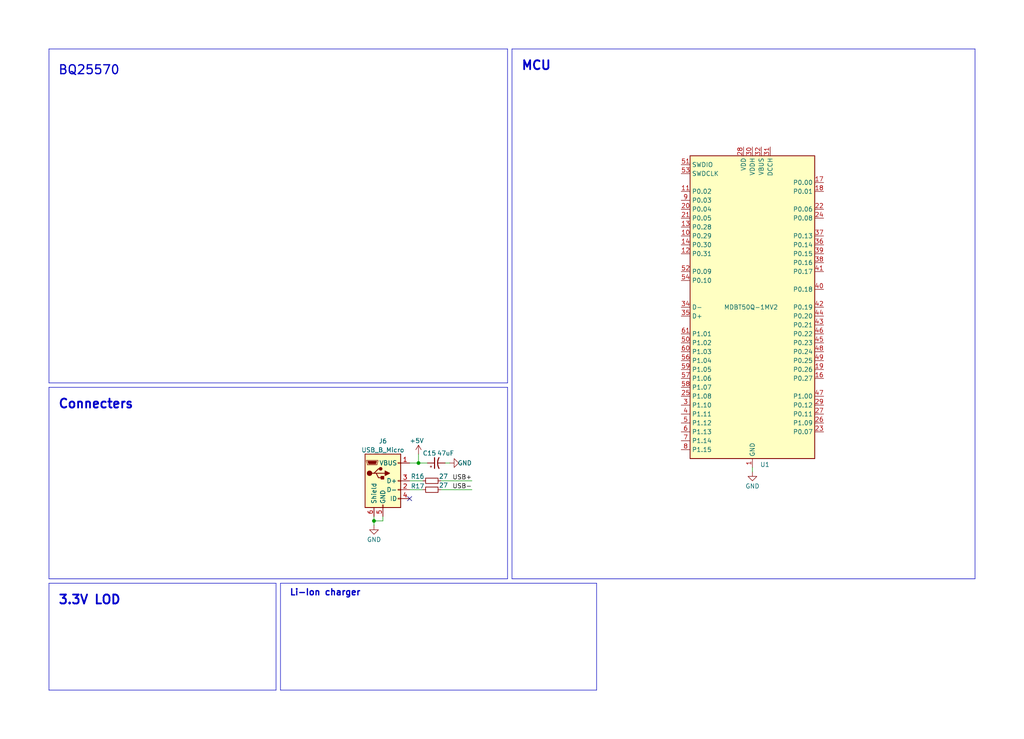
<source format=kicad_sch>
(kicad_sch
	(version 20231120)
	(generator "eeschema")
	(generator_version "8.0")
	(uuid "ac9abdd4-0107-4fb5-b7d4-70da827260bf")
	(paper "User" 292.1 210.82)
	(lib_symbols
		(symbol "Connector:USB_B_Micro"
			(pin_names
				(offset 1.016)
			)
			(exclude_from_sim no)
			(in_bom yes)
			(on_board yes)
			(property "Reference" "J"
				(at -5.08 11.43 0)
				(effects
					(font
						(size 1.27 1.27)
					)
					(justify left)
				)
			)
			(property "Value" "USB_B_Micro"
				(at -5.08 8.89 0)
				(effects
					(font
						(size 1.27 1.27)
					)
					(justify left)
				)
			)
			(property "Footprint" ""
				(at 3.81 -1.27 0)
				(effects
					(font
						(size 1.27 1.27)
					)
					(hide yes)
				)
			)
			(property "Datasheet" "~"
				(at 3.81 -1.27 0)
				(effects
					(font
						(size 1.27 1.27)
					)
					(hide yes)
				)
			)
			(property "Description" "USB Micro Type B connector"
				(at 0 0 0)
				(effects
					(font
						(size 1.27 1.27)
					)
					(hide yes)
				)
			)
			(property "ki_keywords" "connector USB micro"
				(at 0 0 0)
				(effects
					(font
						(size 1.27 1.27)
					)
					(hide yes)
				)
			)
			(property "ki_fp_filters" "USB*"
				(at 0 0 0)
				(effects
					(font
						(size 1.27 1.27)
					)
					(hide yes)
				)
			)
			(symbol "USB_B_Micro_0_1"
				(rectangle
					(start -5.08 -7.62)
					(end 5.08 7.62)
					(stroke
						(width 0.254)
						(type default)
					)
					(fill
						(type background)
					)
				)
				(circle
					(center -3.81 2.159)
					(radius 0.635)
					(stroke
						(width 0.254)
						(type default)
					)
					(fill
						(type outline)
					)
				)
				(circle
					(center -0.635 3.429)
					(radius 0.381)
					(stroke
						(width 0.254)
						(type default)
					)
					(fill
						(type outline)
					)
				)
				(rectangle
					(start -0.127 -7.62)
					(end 0.127 -6.858)
					(stroke
						(width 0)
						(type default)
					)
					(fill
						(type none)
					)
				)
				(polyline
					(pts
						(xy -1.905 2.159) (xy 0.635 2.159)
					)
					(stroke
						(width 0.254)
						(type default)
					)
					(fill
						(type none)
					)
				)
				(polyline
					(pts
						(xy -3.175 2.159) (xy -2.54 2.159) (xy -1.27 3.429) (xy -0.635 3.429)
					)
					(stroke
						(width 0.254)
						(type default)
					)
					(fill
						(type none)
					)
				)
				(polyline
					(pts
						(xy -2.54 2.159) (xy -1.905 2.159) (xy -1.27 0.889) (xy 0 0.889)
					)
					(stroke
						(width 0.254)
						(type default)
					)
					(fill
						(type none)
					)
				)
				(polyline
					(pts
						(xy 0.635 2.794) (xy 0.635 1.524) (xy 1.905 2.159) (xy 0.635 2.794)
					)
					(stroke
						(width 0.254)
						(type default)
					)
					(fill
						(type outline)
					)
				)
				(polyline
					(pts
						(xy -4.318 5.588) (xy -1.778 5.588) (xy -2.032 4.826) (xy -4.064 4.826) (xy -4.318 5.588)
					)
					(stroke
						(width 0)
						(type default)
					)
					(fill
						(type outline)
					)
				)
				(polyline
					(pts
						(xy -4.699 5.842) (xy -4.699 5.588) (xy -4.445 4.826) (xy -4.445 4.572) (xy -1.651 4.572) (xy -1.651 4.826)
						(xy -1.397 5.588) (xy -1.397 5.842) (xy -4.699 5.842)
					)
					(stroke
						(width 0)
						(type default)
					)
					(fill
						(type none)
					)
				)
				(rectangle
					(start 0.254 1.27)
					(end -0.508 0.508)
					(stroke
						(width 0.254)
						(type default)
					)
					(fill
						(type outline)
					)
				)
				(rectangle
					(start 5.08 -5.207)
					(end 4.318 -4.953)
					(stroke
						(width 0)
						(type default)
					)
					(fill
						(type none)
					)
				)
				(rectangle
					(start 5.08 -2.667)
					(end 4.318 -2.413)
					(stroke
						(width 0)
						(type default)
					)
					(fill
						(type none)
					)
				)
				(rectangle
					(start 5.08 -0.127)
					(end 4.318 0.127)
					(stroke
						(width 0)
						(type default)
					)
					(fill
						(type none)
					)
				)
				(rectangle
					(start 5.08 4.953)
					(end 4.318 5.207)
					(stroke
						(width 0)
						(type default)
					)
					(fill
						(type none)
					)
				)
			)
			(symbol "USB_B_Micro_1_1"
				(pin power_out line
					(at 7.62 5.08 180)
					(length 2.54)
					(name "VBUS"
						(effects
							(font
								(size 1.27 1.27)
							)
						)
					)
					(number "1"
						(effects
							(font
								(size 1.27 1.27)
							)
						)
					)
				)
				(pin bidirectional line
					(at 7.62 -2.54 180)
					(length 2.54)
					(name "D-"
						(effects
							(font
								(size 1.27 1.27)
							)
						)
					)
					(number "2"
						(effects
							(font
								(size 1.27 1.27)
							)
						)
					)
				)
				(pin bidirectional line
					(at 7.62 0 180)
					(length 2.54)
					(name "D+"
						(effects
							(font
								(size 1.27 1.27)
							)
						)
					)
					(number "3"
						(effects
							(font
								(size 1.27 1.27)
							)
						)
					)
				)
				(pin passive line
					(at 7.62 -5.08 180)
					(length 2.54)
					(name "ID"
						(effects
							(font
								(size 1.27 1.27)
							)
						)
					)
					(number "4"
						(effects
							(font
								(size 1.27 1.27)
							)
						)
					)
				)
				(pin power_out line
					(at 0 -10.16 90)
					(length 2.54)
					(name "GND"
						(effects
							(font
								(size 1.27 1.27)
							)
						)
					)
					(number "5"
						(effects
							(font
								(size 1.27 1.27)
							)
						)
					)
				)
				(pin passive line
					(at -2.54 -10.16 90)
					(length 2.54)
					(name "Shield"
						(effects
							(font
								(size 1.27 1.27)
							)
						)
					)
					(number "6"
						(effects
							(font
								(size 1.27 1.27)
							)
						)
					)
				)
			)
		)
		(symbol "Device:C_Polarized_Small_US"
			(pin_numbers hide)
			(pin_names
				(offset 0.254) hide)
			(exclude_from_sim no)
			(in_bom yes)
			(on_board yes)
			(property "Reference" "C"
				(at 0.254 1.778 0)
				(effects
					(font
						(size 1.27 1.27)
					)
					(justify left)
				)
			)
			(property "Value" "C_Polarized_Small_US"
				(at 0.254 -2.032 0)
				(effects
					(font
						(size 1.27 1.27)
					)
					(justify left)
				)
			)
			(property "Footprint" ""
				(at 0 0 0)
				(effects
					(font
						(size 1.27 1.27)
					)
					(hide yes)
				)
			)
			(property "Datasheet" "~"
				(at 0 0 0)
				(effects
					(font
						(size 1.27 1.27)
					)
					(hide yes)
				)
			)
			(property "Description" "Polarized capacitor, small US symbol"
				(at 0 0 0)
				(effects
					(font
						(size 1.27 1.27)
					)
					(hide yes)
				)
			)
			(property "ki_keywords" "cap capacitor"
				(at 0 0 0)
				(effects
					(font
						(size 1.27 1.27)
					)
					(hide yes)
				)
			)
			(property "ki_fp_filters" "CP_*"
				(at 0 0 0)
				(effects
					(font
						(size 1.27 1.27)
					)
					(hide yes)
				)
			)
			(symbol "C_Polarized_Small_US_0_1"
				(polyline
					(pts
						(xy -1.524 0.508) (xy 1.524 0.508)
					)
					(stroke
						(width 0.3048)
						(type default)
					)
					(fill
						(type none)
					)
				)
				(polyline
					(pts
						(xy -1.27 1.524) (xy -0.762 1.524)
					)
					(stroke
						(width 0)
						(type default)
					)
					(fill
						(type none)
					)
				)
				(polyline
					(pts
						(xy -1.016 1.27) (xy -1.016 1.778)
					)
					(stroke
						(width 0)
						(type default)
					)
					(fill
						(type none)
					)
				)
				(arc
					(start 1.524 -0.762)
					(mid 0 -0.3734)
					(end -1.524 -0.762)
					(stroke
						(width 0.3048)
						(type default)
					)
					(fill
						(type none)
					)
				)
			)
			(symbol "C_Polarized_Small_US_1_1"
				(pin passive line
					(at 0 2.54 270)
					(length 2.032)
					(name "~"
						(effects
							(font
								(size 1.27 1.27)
							)
						)
					)
					(number "1"
						(effects
							(font
								(size 1.27 1.27)
							)
						)
					)
				)
				(pin passive line
					(at 0 -2.54 90)
					(length 2.032)
					(name "~"
						(effects
							(font
								(size 1.27 1.27)
							)
						)
					)
					(number "2"
						(effects
							(font
								(size 1.27 1.27)
							)
						)
					)
				)
			)
		)
		(symbol "Device:R_Small"
			(pin_numbers hide)
			(pin_names
				(offset 0.254) hide)
			(exclude_from_sim no)
			(in_bom yes)
			(on_board yes)
			(property "Reference" "R"
				(at 0.762 0.508 0)
				(effects
					(font
						(size 1.27 1.27)
					)
					(justify left)
				)
			)
			(property "Value" "R_Small"
				(at 0.762 -1.016 0)
				(effects
					(font
						(size 1.27 1.27)
					)
					(justify left)
				)
			)
			(property "Footprint" ""
				(at 0 0 0)
				(effects
					(font
						(size 1.27 1.27)
					)
					(hide yes)
				)
			)
			(property "Datasheet" "~"
				(at 0 0 0)
				(effects
					(font
						(size 1.27 1.27)
					)
					(hide yes)
				)
			)
			(property "Description" "Resistor, small symbol"
				(at 0 0 0)
				(effects
					(font
						(size 1.27 1.27)
					)
					(hide yes)
				)
			)
			(property "ki_keywords" "R resistor"
				(at 0 0 0)
				(effects
					(font
						(size 1.27 1.27)
					)
					(hide yes)
				)
			)
			(property "ki_fp_filters" "R_*"
				(at 0 0 0)
				(effects
					(font
						(size 1.27 1.27)
					)
					(hide yes)
				)
			)
			(symbol "R_Small_0_1"
				(rectangle
					(start -0.762 1.778)
					(end 0.762 -1.778)
					(stroke
						(width 0.2032)
						(type default)
					)
					(fill
						(type none)
					)
				)
			)
			(symbol "R_Small_1_1"
				(pin passive line
					(at 0 2.54 270)
					(length 0.762)
					(name "~"
						(effects
							(font
								(size 1.27 1.27)
							)
						)
					)
					(number "1"
						(effects
							(font
								(size 1.27 1.27)
							)
						)
					)
				)
				(pin passive line
					(at 0 -2.54 90)
					(length 0.762)
					(name "~"
						(effects
							(font
								(size 1.27 1.27)
							)
						)
					)
					(number "2"
						(effects
							(font
								(size 1.27 1.27)
							)
						)
					)
				)
			)
		)
		(symbol "RF_Module:MDBT50Q-1MV2"
			(exclude_from_sim no)
			(in_bom yes)
			(on_board yes)
			(property "Reference" "U"
				(at 0 0 0)
				(effects
					(font
						(size 1.27 1.27)
					)
				)
			)
			(property "Value" "MDBT50Q-1MV2"
				(at 0 -2.54 0)
				(effects
					(font
						(size 1.27 1.27)
					)
				)
			)
			(property "Footprint" "RF_Module:Raytac_MDBT50Q"
				(at 0 -5.08 0)
				(effects
					(font
						(size 1.27 1.27)
					)
					(hide yes)
				)
			)
			(property "Datasheet" "https://www.raytac.com/download/index.php?index_id=43"
				(at 0 -5.08 0)
				(effects
					(font
						(size 1.27 1.27)
					)
					(hide yes)
				)
			)
			(property "Description" "Multiprotocol BLE/ANT/2.4 GHz/802.15.4 Cortex-M4F SoC, nRF52840 module"
				(at 0 0 0)
				(effects
					(font
						(size 1.27 1.27)
					)
					(hide yes)
				)
			)
			(property "ki_keywords" "BLE ANT ZigBee Thread 802.15.4 nRF52840 nordic MDBT50Q"
				(at 0 0 0)
				(effects
					(font
						(size 1.27 1.27)
					)
					(hide yes)
				)
			)
			(property "ki_fp_filters" "Raytac?MDBT50Q*"
				(at 0 0 0)
				(effects
					(font
						(size 1.27 1.27)
					)
					(hide yes)
				)
			)
			(symbol "MDBT50Q-1MV2_0_1"
				(rectangle
					(start -17.78 43.18)
					(end 17.78 -43.18)
					(stroke
						(width 0.254)
						(type default)
					)
					(fill
						(type background)
					)
				)
			)
			(symbol "MDBT50Q-1MV2_1_1"
				(pin power_in line
					(at 0 -45.72 90)
					(length 2.54)
					(name "GND"
						(effects
							(font
								(size 1.27 1.27)
							)
						)
					)
					(number "1"
						(effects
							(font
								(size 1.27 1.27)
							)
						)
					)
				)
				(pin bidirectional line
					(at -20.32 20.32 0)
					(length 2.54)
					(name "P0.29"
						(effects
							(font
								(size 1.27 1.27)
							)
						)
					)
					(number "10"
						(effects
							(font
								(size 1.27 1.27)
							)
						)
					)
					(alternate "AIN5" input line)
				)
				(pin bidirectional line
					(at -20.32 33.02 0)
					(length 2.54)
					(name "P0.02"
						(effects
							(font
								(size 1.27 1.27)
							)
						)
					)
					(number "11"
						(effects
							(font
								(size 1.27 1.27)
							)
						)
					)
					(alternate "AIN0" input line)
				)
				(pin bidirectional line
					(at -20.32 15.24 0)
					(length 2.54)
					(name "P0.31"
						(effects
							(font
								(size 1.27 1.27)
							)
						)
					)
					(number "12"
						(effects
							(font
								(size 1.27 1.27)
							)
						)
					)
					(alternate "AIN7" input line)
				)
				(pin bidirectional line
					(at -20.32 22.86 0)
					(length 2.54)
					(name "P0.28"
						(effects
							(font
								(size 1.27 1.27)
							)
						)
					)
					(number "13"
						(effects
							(font
								(size 1.27 1.27)
							)
						)
					)
					(alternate "AIN4" input line)
				)
				(pin bidirectional line
					(at -20.32 17.78 0)
					(length 2.54)
					(name "P0.30"
						(effects
							(font
								(size 1.27 1.27)
							)
						)
					)
					(number "14"
						(effects
							(font
								(size 1.27 1.27)
							)
						)
					)
					(alternate "AIN6" input line)
				)
				(pin passive line
					(at 0 -45.72 90)
					(length 2.54) hide
					(name "GND"
						(effects
							(font
								(size 1.27 1.27)
							)
						)
					)
					(number "15"
						(effects
							(font
								(size 1.27 1.27)
							)
						)
					)
				)
				(pin bidirectional line
					(at 20.32 -20.32 180)
					(length 2.54)
					(name "P0.27"
						(effects
							(font
								(size 1.27 1.27)
							)
						)
					)
					(number "16"
						(effects
							(font
								(size 1.27 1.27)
							)
						)
					)
				)
				(pin bidirectional line
					(at 20.32 35.56 180)
					(length 2.54)
					(name "P0.00"
						(effects
							(font
								(size 1.27 1.27)
							)
						)
					)
					(number "17"
						(effects
							(font
								(size 1.27 1.27)
							)
						)
					)
					(alternate "XL1" input line)
				)
				(pin bidirectional line
					(at 20.32 33.02 180)
					(length 2.54)
					(name "P0.01"
						(effects
							(font
								(size 1.27 1.27)
							)
						)
					)
					(number "18"
						(effects
							(font
								(size 1.27 1.27)
							)
						)
					)
					(alternate "XL2" input line)
				)
				(pin bidirectional line
					(at 20.32 -17.78 180)
					(length 2.54)
					(name "P0.26"
						(effects
							(font
								(size 1.27 1.27)
							)
						)
					)
					(number "19"
						(effects
							(font
								(size 1.27 1.27)
							)
						)
					)
				)
				(pin passive line
					(at 0 -45.72 90)
					(length 2.54) hide
					(name "GND"
						(effects
							(font
								(size 1.27 1.27)
							)
						)
					)
					(number "2"
						(effects
							(font
								(size 1.27 1.27)
							)
						)
					)
				)
				(pin bidirectional line
					(at -20.32 27.94 0)
					(length 2.54)
					(name "P0.04"
						(effects
							(font
								(size 1.27 1.27)
							)
						)
					)
					(number "20"
						(effects
							(font
								(size 1.27 1.27)
							)
						)
					)
					(alternate "AIN2" input line)
				)
				(pin bidirectional line
					(at -20.32 25.4 0)
					(length 2.54)
					(name "P0.05"
						(effects
							(font
								(size 1.27 1.27)
							)
						)
					)
					(number "21"
						(effects
							(font
								(size 1.27 1.27)
							)
						)
					)
					(alternate "AIN3" input line)
				)
				(pin bidirectional line
					(at 20.32 27.94 180)
					(length 2.54)
					(name "P0.06"
						(effects
							(font
								(size 1.27 1.27)
							)
						)
					)
					(number "22"
						(effects
							(font
								(size 1.27 1.27)
							)
						)
					)
				)
				(pin bidirectional line
					(at 20.32 -35.56 180)
					(length 2.54)
					(name "P0.07"
						(effects
							(font
								(size 1.27 1.27)
							)
						)
					)
					(number "23"
						(effects
							(font
								(size 1.27 1.27)
							)
						)
					)
					(alternate "TRACECLK" output line)
				)
				(pin bidirectional line
					(at 20.32 25.4 180)
					(length 2.54)
					(name "P0.08"
						(effects
							(font
								(size 1.27 1.27)
							)
						)
					)
					(number "24"
						(effects
							(font
								(size 1.27 1.27)
							)
						)
					)
				)
				(pin bidirectional line
					(at -20.32 -25.4 0)
					(length 2.54)
					(name "P1.08"
						(effects
							(font
								(size 1.27 1.27)
							)
						)
					)
					(number "25"
						(effects
							(font
								(size 1.27 1.27)
							)
						)
					)
				)
				(pin bidirectional line
					(at 20.32 -33.02 180)
					(length 2.54)
					(name "P1.09"
						(effects
							(font
								(size 1.27 1.27)
							)
						)
					)
					(number "26"
						(effects
							(font
								(size 1.27 1.27)
							)
						)
					)
					(alternate "TRACEDATA3" output line)
				)
				(pin bidirectional line
					(at 20.32 -30.48 180)
					(length 2.54)
					(name "P0.11"
						(effects
							(font
								(size 1.27 1.27)
							)
						)
					)
					(number "27"
						(effects
							(font
								(size 1.27 1.27)
							)
						)
					)
					(alternate "TRACEDATA2" output line)
				)
				(pin power_in line
					(at -2.54 45.72 270)
					(length 2.54)
					(name "VDD"
						(effects
							(font
								(size 1.27 1.27)
							)
						)
					)
					(number "28"
						(effects
							(font
								(size 1.27 1.27)
							)
						)
					)
				)
				(pin bidirectional line
					(at 20.32 -27.94 180)
					(length 2.54)
					(name "P0.12"
						(effects
							(font
								(size 1.27 1.27)
							)
						)
					)
					(number "29"
						(effects
							(font
								(size 1.27 1.27)
							)
						)
					)
					(alternate "TRACEDATA1" output line)
				)
				(pin bidirectional line
					(at -20.32 -27.94 0)
					(length 2.54)
					(name "P1.10"
						(effects
							(font
								(size 1.27 1.27)
							)
						)
					)
					(number "3"
						(effects
							(font
								(size 1.27 1.27)
							)
						)
					)
				)
				(pin power_in line
					(at 0 45.72 270)
					(length 2.54)
					(name "VDDH"
						(effects
							(font
								(size 1.27 1.27)
							)
						)
					)
					(number "30"
						(effects
							(font
								(size 1.27 1.27)
							)
						)
					)
				)
				(pin power_out line
					(at 5.08 45.72 270)
					(length 2.54)
					(name "DCCH"
						(effects
							(font
								(size 1.27 1.27)
							)
						)
					)
					(number "31"
						(effects
							(font
								(size 1.27 1.27)
							)
						)
					)
				)
				(pin power_in line
					(at 2.54 45.72 270)
					(length 2.54)
					(name "VBUS"
						(effects
							(font
								(size 1.27 1.27)
							)
						)
					)
					(number "32"
						(effects
							(font
								(size 1.27 1.27)
							)
						)
					)
				)
				(pin passive line
					(at 0 -45.72 90)
					(length 2.54) hide
					(name "GND"
						(effects
							(font
								(size 1.27 1.27)
							)
						)
					)
					(number "33"
						(effects
							(font
								(size 1.27 1.27)
							)
						)
					)
				)
				(pin bidirectional line
					(at -20.32 0 0)
					(length 2.54)
					(name "D-"
						(effects
							(font
								(size 1.27 1.27)
							)
						)
					)
					(number "34"
						(effects
							(font
								(size 1.27 1.27)
							)
						)
					)
				)
				(pin bidirectional line
					(at -20.32 -2.54 0)
					(length 2.54)
					(name "D+"
						(effects
							(font
								(size 1.27 1.27)
							)
						)
					)
					(number "35"
						(effects
							(font
								(size 1.27 1.27)
							)
						)
					)
				)
				(pin bidirectional line
					(at 20.32 17.78 180)
					(length 2.54)
					(name "P0.14"
						(effects
							(font
								(size 1.27 1.27)
							)
						)
					)
					(number "36"
						(effects
							(font
								(size 1.27 1.27)
							)
						)
					)
				)
				(pin bidirectional line
					(at 20.32 20.32 180)
					(length 2.54)
					(name "P0.13"
						(effects
							(font
								(size 1.27 1.27)
							)
						)
					)
					(number "37"
						(effects
							(font
								(size 1.27 1.27)
							)
						)
					)
				)
				(pin bidirectional line
					(at 20.32 12.7 180)
					(length 2.54)
					(name "P0.16"
						(effects
							(font
								(size 1.27 1.27)
							)
						)
					)
					(number "38"
						(effects
							(font
								(size 1.27 1.27)
							)
						)
					)
				)
				(pin bidirectional line
					(at 20.32 15.24 180)
					(length 2.54)
					(name "P0.15"
						(effects
							(font
								(size 1.27 1.27)
							)
						)
					)
					(number "39"
						(effects
							(font
								(size 1.27 1.27)
							)
						)
					)
				)
				(pin bidirectional line
					(at -20.32 -30.48 0)
					(length 2.54)
					(name "P1.11"
						(effects
							(font
								(size 1.27 1.27)
							)
						)
					)
					(number "4"
						(effects
							(font
								(size 1.27 1.27)
							)
						)
					)
				)
				(pin bidirectional line
					(at 20.32 5.08 180)
					(length 2.54)
					(name "P0.18"
						(effects
							(font
								(size 1.27 1.27)
							)
						)
					)
					(number "40"
						(effects
							(font
								(size 1.27 1.27)
							)
						)
					)
					(alternate "~{RESET}" input line)
				)
				(pin bidirectional line
					(at 20.32 10.16 180)
					(length 2.54)
					(name "P0.17"
						(effects
							(font
								(size 1.27 1.27)
							)
						)
					)
					(number "41"
						(effects
							(font
								(size 1.27 1.27)
							)
						)
					)
				)
				(pin bidirectional line
					(at 20.32 0 180)
					(length 2.54)
					(name "P0.19"
						(effects
							(font
								(size 1.27 1.27)
							)
						)
					)
					(number "42"
						(effects
							(font
								(size 1.27 1.27)
							)
						)
					)
				)
				(pin bidirectional line
					(at 20.32 -5.08 180)
					(length 2.54)
					(name "P0.21"
						(effects
							(font
								(size 1.27 1.27)
							)
						)
					)
					(number "43"
						(effects
							(font
								(size 1.27 1.27)
							)
						)
					)
				)
				(pin bidirectional line
					(at 20.32 -2.54 180)
					(length 2.54)
					(name "P0.20"
						(effects
							(font
								(size 1.27 1.27)
							)
						)
					)
					(number "44"
						(effects
							(font
								(size 1.27 1.27)
							)
						)
					)
				)
				(pin bidirectional line
					(at 20.32 -10.16 180)
					(length 2.54)
					(name "P0.23"
						(effects
							(font
								(size 1.27 1.27)
							)
						)
					)
					(number "45"
						(effects
							(font
								(size 1.27 1.27)
							)
						)
					)
				)
				(pin bidirectional line
					(at 20.32 -7.62 180)
					(length 2.54)
					(name "P0.22"
						(effects
							(font
								(size 1.27 1.27)
							)
						)
					)
					(number "46"
						(effects
							(font
								(size 1.27 1.27)
							)
						)
					)
				)
				(pin bidirectional line
					(at 20.32 -25.4 180)
					(length 2.54)
					(name "P1.00"
						(effects
							(font
								(size 1.27 1.27)
							)
						)
					)
					(number "47"
						(effects
							(font
								(size 1.27 1.27)
							)
						)
					)
					(alternate "TRACEDATA0" output line)
				)
				(pin bidirectional line
					(at 20.32 -12.7 180)
					(length 2.54)
					(name "P0.24"
						(effects
							(font
								(size 1.27 1.27)
							)
						)
					)
					(number "48"
						(effects
							(font
								(size 1.27 1.27)
							)
						)
					)
				)
				(pin bidirectional line
					(at 20.32 -15.24 180)
					(length 2.54)
					(name "P0.25"
						(effects
							(font
								(size 1.27 1.27)
							)
						)
					)
					(number "49"
						(effects
							(font
								(size 1.27 1.27)
							)
						)
					)
				)
				(pin bidirectional line
					(at -20.32 -33.02 0)
					(length 2.54)
					(name "P1.12"
						(effects
							(font
								(size 1.27 1.27)
							)
						)
					)
					(number "5"
						(effects
							(font
								(size 1.27 1.27)
							)
						)
					)
				)
				(pin bidirectional line
					(at -20.32 -10.16 0)
					(length 2.54)
					(name "P1.02"
						(effects
							(font
								(size 1.27 1.27)
							)
						)
					)
					(number "50"
						(effects
							(font
								(size 1.27 1.27)
							)
						)
					)
				)
				(pin bidirectional line
					(at -20.32 40.64 0)
					(length 2.54)
					(name "SWDIO"
						(effects
							(font
								(size 1.27 1.27)
							)
						)
					)
					(number "51"
						(effects
							(font
								(size 1.27 1.27)
							)
						)
					)
				)
				(pin bidirectional line
					(at -20.32 10.16 0)
					(length 2.54)
					(name "P0.09"
						(effects
							(font
								(size 1.27 1.27)
							)
						)
					)
					(number "52"
						(effects
							(font
								(size 1.27 1.27)
							)
						)
					)
					(alternate "NFC1" input line)
				)
				(pin input line
					(at -20.32 38.1 0)
					(length 2.54)
					(name "SWDCLK"
						(effects
							(font
								(size 1.27 1.27)
							)
						)
					)
					(number "53"
						(effects
							(font
								(size 1.27 1.27)
							)
						)
					)
				)
				(pin bidirectional line
					(at -20.32 7.62 0)
					(length 2.54)
					(name "P0.10"
						(effects
							(font
								(size 1.27 1.27)
							)
						)
					)
					(number "54"
						(effects
							(font
								(size 1.27 1.27)
							)
						)
					)
					(alternate "NFC2" input line)
				)
				(pin passive line
					(at 0 -45.72 90)
					(length 2.54) hide
					(name "GND"
						(effects
							(font
								(size 1.27 1.27)
							)
						)
					)
					(number "55"
						(effects
							(font
								(size 1.27 1.27)
							)
						)
					)
				)
				(pin bidirectional line
					(at -20.32 -15.24 0)
					(length 2.54)
					(name "P1.04"
						(effects
							(font
								(size 1.27 1.27)
							)
						)
					)
					(number "56"
						(effects
							(font
								(size 1.27 1.27)
							)
						)
					)
				)
				(pin bidirectional line
					(at -20.32 -20.32 0)
					(length 2.54)
					(name "P1.06"
						(effects
							(font
								(size 1.27 1.27)
							)
						)
					)
					(number "57"
						(effects
							(font
								(size 1.27 1.27)
							)
						)
					)
				)
				(pin bidirectional line
					(at -20.32 -22.86 0)
					(length 2.54)
					(name "P1.07"
						(effects
							(font
								(size 1.27 1.27)
							)
						)
					)
					(number "58"
						(effects
							(font
								(size 1.27 1.27)
							)
						)
					)
				)
				(pin bidirectional line
					(at -20.32 -17.78 0)
					(length 2.54)
					(name "P1.05"
						(effects
							(font
								(size 1.27 1.27)
							)
						)
					)
					(number "59"
						(effects
							(font
								(size 1.27 1.27)
							)
						)
					)
				)
				(pin bidirectional line
					(at -20.32 -35.56 0)
					(length 2.54)
					(name "P1.13"
						(effects
							(font
								(size 1.27 1.27)
							)
						)
					)
					(number "6"
						(effects
							(font
								(size 1.27 1.27)
							)
						)
					)
				)
				(pin bidirectional line
					(at -20.32 -12.7 0)
					(length 2.54)
					(name "P1.03"
						(effects
							(font
								(size 1.27 1.27)
							)
						)
					)
					(number "60"
						(effects
							(font
								(size 1.27 1.27)
							)
						)
					)
				)
				(pin bidirectional line
					(at -20.32 -7.62 0)
					(length 2.54)
					(name "P1.01"
						(effects
							(font
								(size 1.27 1.27)
							)
						)
					)
					(number "61"
						(effects
							(font
								(size 1.27 1.27)
							)
						)
					)
				)
				(pin bidirectional line
					(at -20.32 -38.1 0)
					(length 2.54)
					(name "P1.14"
						(effects
							(font
								(size 1.27 1.27)
							)
						)
					)
					(number "7"
						(effects
							(font
								(size 1.27 1.27)
							)
						)
					)
				)
				(pin bidirectional line
					(at -20.32 -40.64 0)
					(length 2.54)
					(name "P1.15"
						(effects
							(font
								(size 1.27 1.27)
							)
						)
					)
					(number "8"
						(effects
							(font
								(size 1.27 1.27)
							)
						)
					)
				)
				(pin bidirectional line
					(at -20.32 30.48 0)
					(length 2.54)
					(name "P0.03"
						(effects
							(font
								(size 1.27 1.27)
							)
						)
					)
					(number "9"
						(effects
							(font
								(size 1.27 1.27)
							)
						)
					)
					(alternate "AIN1" input line)
				)
			)
		)
		(symbol "power:+5V"
			(power)
			(pin_names
				(offset 0)
			)
			(exclude_from_sim no)
			(in_bom yes)
			(on_board yes)
			(property "Reference" "#PWR"
				(at 0 -3.81 0)
				(effects
					(font
						(size 1.27 1.27)
					)
					(hide yes)
				)
			)
			(property "Value" "+5V"
				(at 0 3.556 0)
				(effects
					(font
						(size 1.27 1.27)
					)
				)
			)
			(property "Footprint" ""
				(at 0 0 0)
				(effects
					(font
						(size 1.27 1.27)
					)
					(hide yes)
				)
			)
			(property "Datasheet" ""
				(at 0 0 0)
				(effects
					(font
						(size 1.27 1.27)
					)
					(hide yes)
				)
			)
			(property "Description" "Power symbol creates a global label with name \"+5V\""
				(at 0 0 0)
				(effects
					(font
						(size 1.27 1.27)
					)
					(hide yes)
				)
			)
			(property "ki_keywords" "power-flag"
				(at 0 0 0)
				(effects
					(font
						(size 1.27 1.27)
					)
					(hide yes)
				)
			)
			(symbol "+5V_0_1"
				(polyline
					(pts
						(xy -0.762 1.27) (xy 0 2.54)
					)
					(stroke
						(width 0)
						(type default)
					)
					(fill
						(type none)
					)
				)
				(polyline
					(pts
						(xy 0 0) (xy 0 2.54)
					)
					(stroke
						(width 0)
						(type default)
					)
					(fill
						(type none)
					)
				)
				(polyline
					(pts
						(xy 0 2.54) (xy 0.762 1.27)
					)
					(stroke
						(width 0)
						(type default)
					)
					(fill
						(type none)
					)
				)
			)
			(symbol "+5V_1_1"
				(pin power_in line
					(at 0 0 90)
					(length 0) hide
					(name "+5V"
						(effects
							(font
								(size 1.27 1.27)
							)
						)
					)
					(number "1"
						(effects
							(font
								(size 1.27 1.27)
							)
						)
					)
				)
			)
		)
		(symbol "power:GND"
			(power)
			(pin_names
				(offset 0)
			)
			(exclude_from_sim no)
			(in_bom yes)
			(on_board yes)
			(property "Reference" "#PWR"
				(at 0 -6.35 0)
				(effects
					(font
						(size 1.27 1.27)
					)
					(hide yes)
				)
			)
			(property "Value" "GND"
				(at 0 -3.81 0)
				(effects
					(font
						(size 1.27 1.27)
					)
				)
			)
			(property "Footprint" ""
				(at 0 0 0)
				(effects
					(font
						(size 1.27 1.27)
					)
					(hide yes)
				)
			)
			(property "Datasheet" ""
				(at 0 0 0)
				(effects
					(font
						(size 1.27 1.27)
					)
					(hide yes)
				)
			)
			(property "Description" "Power symbol creates a global label with name \"GND\" , ground"
				(at 0 0 0)
				(effects
					(font
						(size 1.27 1.27)
					)
					(hide yes)
				)
			)
			(property "ki_keywords" "power-flag"
				(at 0 0 0)
				(effects
					(font
						(size 1.27 1.27)
					)
					(hide yes)
				)
			)
			(symbol "GND_0_1"
				(polyline
					(pts
						(xy 0 0) (xy 0 -1.27) (xy 1.27 -1.27) (xy 0 -2.54) (xy -1.27 -1.27) (xy 0 -1.27)
					)
					(stroke
						(width 0)
						(type default)
					)
					(fill
						(type none)
					)
				)
			)
			(symbol "GND_1_1"
				(pin power_in line
					(at 0 0 270)
					(length 0) hide
					(name "GND"
						(effects
							(font
								(size 1.27 1.27)
							)
						)
					)
					(number "1"
						(effects
							(font
								(size 1.27 1.27)
							)
						)
					)
				)
			)
		)
	)
	(junction
		(at 106.68 148.59)
		(diameter 0)
		(color 0 0 0 0)
		(uuid "7196b986-f11b-429d-8ab7-854d6f5b66d6")
	)
	(junction
		(at 119.38 132.08)
		(diameter 0)
		(color 0 0 0 0)
		(uuid "8f6e243b-f99c-4d73-a445-f40532bf573d")
	)
	(no_connect
		(at 116.84 142.24)
		(uuid "68bd431e-87f3-40ad-86e3-8724fcc849c9")
	)
	(wire
		(pts
			(xy 119.38 132.08) (xy 121.92 132.08)
		)
		(stroke
			(width 0)
			(type default)
		)
		(uuid "031a1ad0-6ddc-4e38-9d8f-cd4d7bf1c0db")
	)
	(polyline
		(pts
			(xy 13.97 13.97) (xy 144.78 13.97)
		)
		(stroke
			(width 0)
			(type default)
		)
		(uuid "06811c3a-1228-4737-8c4e-442022dda560")
	)
	(wire
		(pts
			(xy 125.73 139.7) (xy 134.62 139.7)
		)
		(stroke
			(width 0)
			(type default)
		)
		(uuid "0c7b7f2f-0d73-49d4-8120-3b8a96465685")
	)
	(wire
		(pts
			(xy 214.63 134.62) (xy 214.63 133.35)
		)
		(stroke
			(width 0)
			(type default)
		)
		(uuid "10cf261e-7ae5-49f4-984c-58311465fd95")
	)
	(polyline
		(pts
			(xy 13.97 166.37) (xy 13.97 196.85)
		)
		(stroke
			(width 0)
			(type default)
		)
		(uuid "1e7134c7-4285-480d-8dd5-3f1f27fe8568")
	)
	(wire
		(pts
			(xy 119.38 132.08) (xy 119.38 129.54)
		)
		(stroke
			(width 0)
			(type default)
		)
		(uuid "23f57fec-8326-4a7d-bd2a-e71f60ea6558")
	)
	(polyline
		(pts
			(xy 146.05 13.97) (xy 146.05 165.1)
		)
		(stroke
			(width 0)
			(type default)
		)
		(uuid "2555df4c-03c1-48d9-a99e-a540653aba21")
	)
	(polyline
		(pts
			(xy 170.18 196.85) (xy 80.01 196.85)
		)
		(stroke
			(width 0)
			(type default)
		)
		(uuid "25b5daf3-194d-42c9-96d1-a7480ee01149")
	)
	(wire
		(pts
			(xy 116.84 139.7) (xy 120.65 139.7)
		)
		(stroke
			(width 0)
			(type default)
		)
		(uuid "2d9e0272-10b4-43b5-bffc-01e2fa170bde")
	)
	(wire
		(pts
			(xy 116.84 132.08) (xy 119.38 132.08)
		)
		(stroke
			(width 0)
			(type default)
		)
		(uuid "3fc44abf-8475-4aa3-a269-b197943c1a03")
	)
	(polyline
		(pts
			(xy 13.97 110.49) (xy 144.78 110.49)
		)
		(stroke
			(width 0)
			(type default)
		)
		(uuid "481bd060-3da5-495a-996b-95508c1ed73c")
	)
	(wire
		(pts
			(xy 116.84 137.16) (xy 120.65 137.16)
		)
		(stroke
			(width 0)
			(type default)
		)
		(uuid "4b259eac-8e32-40ad-843b-68e10e772171")
	)
	(polyline
		(pts
			(xy 278.13 13.97) (xy 278.13 165.1)
		)
		(stroke
			(width 0)
			(type default)
		)
		(uuid "51d05d31-bb42-4935-a99a-8c1c8302e7f8")
	)
	(polyline
		(pts
			(xy 13.97 13.97) (xy 13.97 109.22)
		)
		(stroke
			(width 0)
			(type default)
		)
		(uuid "5af7d8cc-f0ca-4972-8d6e-06b52eaff088")
	)
	(polyline
		(pts
			(xy 78.74 166.37) (xy 78.74 196.85)
		)
		(stroke
			(width 0)
			(type default)
		)
		(uuid "5b7b9c1c-41bb-44fc-83a4-72251dbf698c")
	)
	(polyline
		(pts
			(xy 13.97 110.49) (xy 13.97 165.1)
		)
		(stroke
			(width 0)
			(type default)
		)
		(uuid "5e32e286-6523-4130-b02a-1a8d9c0afc00")
	)
	(wire
		(pts
			(xy 109.22 148.59) (xy 109.22 147.32)
		)
		(stroke
			(width 0)
			(type default)
		)
		(uuid "66b56695-0484-41b9-b9b8-972e766f2011")
	)
	(polyline
		(pts
			(xy 170.18 166.37) (xy 170.18 196.85)
		)
		(stroke
			(width 0)
			(type default)
		)
		(uuid "75524dee-1df1-4c69-a6ec-eb4213675a7b")
	)
	(polyline
		(pts
			(xy 80.01 166.37) (xy 80.01 196.85)
		)
		(stroke
			(width 0)
			(type default)
		)
		(uuid "7c87057a-9456-4d22-bfce-f54a9c85dbda")
	)
	(wire
		(pts
			(xy 106.68 148.59) (xy 109.22 148.59)
		)
		(stroke
			(width 0)
			(type default)
		)
		(uuid "7d36d07b-1b91-41f9-a5e9-ce685e47e17f")
	)
	(polyline
		(pts
			(xy 144.78 110.49) (xy 144.78 165.1)
		)
		(stroke
			(width 0)
			(type default)
		)
		(uuid "854bf153-3404-46b1-b0e4-96a76d4b2b05")
	)
	(polyline
		(pts
			(xy 144.78 13.97) (xy 144.78 109.22)
		)
		(stroke
			(width 0)
			(type default)
		)
		(uuid "8aaa8f52-041e-470a-b4c6-cac231c868b1")
	)
	(polyline
		(pts
			(xy 80.01 166.37) (xy 170.18 166.37)
		)
		(stroke
			(width 0)
			(type default)
		)
		(uuid "97a676cb-9546-423d-bc23-6ee48aa34ea2")
	)
	(wire
		(pts
			(xy 106.68 148.59) (xy 106.68 149.86)
		)
		(stroke
			(width 0)
			(type default)
		)
		(uuid "9ee255a5-40b6-41e3-9db1-25b678ca0c02")
	)
	(polyline
		(pts
			(xy 146.05 13.97) (xy 278.13 13.97)
		)
		(stroke
			(width 0)
			(type default)
		)
		(uuid "a125ac26-eb47-4c55-9dd7-44292441adc0")
	)
	(polyline
		(pts
			(xy 144.78 109.22) (xy 13.97 109.22)
		)
		(stroke
			(width 0)
			(type default)
		)
		(uuid "a2996135-a997-4dc4-a59d-7ae824b33691")
	)
	(polyline
		(pts
			(xy 13.97 166.37) (xy 78.74 166.37)
		)
		(stroke
			(width 0)
			(type default)
		)
		(uuid "abbf8d52-4792-448c-8761-3edac4d5bdf9")
	)
	(wire
		(pts
			(xy 127 132.08) (xy 128.27 132.08)
		)
		(stroke
			(width 0)
			(type default)
		)
		(uuid "c3ba96af-0b14-48df-b0d8-22eecfb25a25")
	)
	(wire
		(pts
			(xy 106.68 147.32) (xy 106.68 148.59)
		)
		(stroke
			(width 0)
			(type default)
		)
		(uuid "d35a4949-86d8-44ad-a25c-b02cd4197dc4")
	)
	(polyline
		(pts
			(xy 144.78 165.1) (xy 13.97 165.1)
		)
		(stroke
			(width 0)
			(type default)
		)
		(uuid "d95f2283-9bc3-4528-a05e-aa4dd05be703")
	)
	(polyline
		(pts
			(xy 78.74 196.85) (xy 13.97 196.85)
		)
		(stroke
			(width 0)
			(type default)
		)
		(uuid "dc122c58-f1c3-474b-ac36-480ea341b06d")
	)
	(polyline
		(pts
			(xy 278.13 165.1) (xy 146.05 165.1)
		)
		(stroke
			(width 0)
			(type default)
		)
		(uuid "de46054e-cf92-488e-b28e-88a4af9f267f")
	)
	(wire
		(pts
			(xy 125.73 137.16) (xy 134.62 137.16)
		)
		(stroke
			(width 0)
			(type default)
		)
		(uuid "e72dae45-a854-4cb7-aa6b-aee1e5a0e8e2")
	)
	(text "MCU"
		(exclude_from_sim no)
		(at 148.59 20.32 0)
		(effects
			(font
				(size 2.54 2.54)
				(thickness 0.508)
				(bold yes)
			)
			(justify left bottom)
		)
		(uuid "51eeda23-98b6-4d3b-bf7c-f2199c764088")
	)
	(text "BQ25570"
		(exclude_from_sim no)
		(at 16.51 21.59 0)
		(effects
			(font
				(size 2.54 2.54)
				(thickness 0.3556)
				(bold yes)
			)
			(justify left bottom)
		)
		(uuid "89254180-17e7-4262-ab79-c7d6d10c8451")
	)
	(text "3.3V LOD"
		(exclude_from_sim no)
		(at 16.51 172.72 0)
		(effects
			(font
				(size 2.54 2.54)
				(thickness 0.508)
				(bold yes)
			)
			(justify left bottom)
		)
		(uuid "cf8cbf6f-9fed-42ff-8816-4f966fda5d9b")
	)
	(text "Li-Ion charger"
		(exclude_from_sim no)
		(at 82.55 170.18 0)
		(effects
			(font
				(size 1.778 1.778)
				(thickness 0.3556)
				(bold yes)
			)
			(justify left bottom)
		)
		(uuid "d46329ad-c74c-458e-a8bc-ae3d4c656fc6")
	)
	(text "Connecters"
		(exclude_from_sim no)
		(at 16.51 116.84 0)
		(effects
			(font
				(size 2.54 2.54)
				(thickness 0.508)
				(bold yes)
			)
			(justify left bottom)
		)
		(uuid "da17f831-3ed9-4157-9964-7552f7e1ba42")
	)
	(label "USB-"
		(at 134.62 139.7 180)
		(fields_autoplaced yes)
		(effects
			(font
				(size 1.27 1.27)
			)
			(justify right bottom)
		)
		(uuid "20851074-470e-42fe-a66a-45db6f5c426c")
	)
	(label "USB+"
		(at 134.62 137.16 180)
		(fields_autoplaced yes)
		(effects
			(font
				(size 1.27 1.27)
			)
			(justify right bottom)
		)
		(uuid "3a29b721-8993-42de-9f2b-81580584ead3")
	)
	(symbol
		(lib_id "Device:R_Small")
		(at 123.19 139.7 270)
		(unit 1)
		(exclude_from_sim no)
		(in_bom yes)
		(on_board yes)
		(dnp no)
		(uuid "2a81ba01-5b5e-499a-8f46-339ca91de23e")
		(property "Reference" "R17"
			(at 119.126 138.684 90)
			(effects
				(font
					(size 1.27 1.27)
				)
			)
		)
		(property "Value" "27"
			(at 126.492 138.43 90)
			(effects
				(font
					(size 1.27 1.27)
				)
			)
		)
		(property "Footprint" "Resistor_SMD:R_0402_1005Metric_Pad0.72x0.64mm_HandSolder"
			(at 123.19 139.7 0)
			(effects
				(font
					(size 1.27 1.27)
				)
				(hide yes)
			)
		)
		(property "Datasheet" "~"
			(at 123.19 139.7 0)
			(effects
				(font
					(size 1.27 1.27)
				)
				(hide yes)
			)
		)
		(property "Description" ""
			(at 123.19 139.7 0)
			(effects
				(font
					(size 1.27 1.27)
				)
				(hide yes)
			)
		)
		(pin "1"
			(uuid "97afa480-47a9-4a49-998a-536c4d730bae")
		)
		(pin "2"
			(uuid "b00ed5f3-9e7e-475f-9375-8d29837df9dc")
		)
		(instances
			(project "dev"
				(path "/ac9abdd4-0107-4fb5-b7d4-70da827260bf"
					(reference "R17")
					(unit 1)
				)
			)
			(project "MCU"
				(path "/e63e39d7-6ac0-4ffd-8aa3-1841a4541b55"
					(reference "R6")
					(unit 1)
				)
			)
		)
	)
	(symbol
		(lib_id "power:GND")
		(at 214.63 134.62 0)
		(unit 1)
		(exclude_from_sim no)
		(in_bom yes)
		(on_board yes)
		(dnp no)
		(uuid "3410e124-1c65-4069-998a-1cb29c0d50ad")
		(property "Reference" "#PWR01"
			(at 214.63 140.97 0)
			(effects
				(font
					(size 1.27 1.27)
				)
				(hide yes)
			)
		)
		(property "Value" "GND"
			(at 212.598 138.684 0)
			(effects
				(font
					(size 1.27 1.27)
				)
				(justify left)
			)
		)
		(property "Footprint" ""
			(at 214.63 134.62 0)
			(effects
				(font
					(size 1.27 1.27)
				)
				(hide yes)
			)
		)
		(property "Datasheet" ""
			(at 214.63 134.62 0)
			(effects
				(font
					(size 1.27 1.27)
				)
				(hide yes)
			)
		)
		(property "Description" ""
			(at 214.63 134.62 0)
			(effects
				(font
					(size 1.27 1.27)
				)
				(hide yes)
			)
		)
		(pin "1"
			(uuid "072fee66-d6b5-4a24-93b1-e53ecbc15e26")
		)
		(instances
			(project "dev"
				(path "/ac9abdd4-0107-4fb5-b7d4-70da827260bf"
					(reference "#PWR01")
					(unit 1)
				)
			)
		)
	)
	(symbol
		(lib_id "Device:R_Small")
		(at 123.19 137.16 270)
		(unit 1)
		(exclude_from_sim no)
		(in_bom yes)
		(on_board yes)
		(dnp no)
		(uuid "3d24d7d2-161b-42a6-8983-a0573df15ccf")
		(property "Reference" "R16"
			(at 119.126 135.89 90)
			(effects
				(font
					(size 1.27 1.27)
				)
			)
		)
		(property "Value" "27"
			(at 126.492 135.89 90)
			(effects
				(font
					(size 1.27 1.27)
				)
			)
		)
		(property "Footprint" "Resistor_SMD:R_0402_1005Metric_Pad0.72x0.64mm_HandSolder"
			(at 123.19 137.16 0)
			(effects
				(font
					(size 1.27 1.27)
				)
				(hide yes)
			)
		)
		(property "Datasheet" "~"
			(at 123.19 137.16 0)
			(effects
				(font
					(size 1.27 1.27)
				)
				(hide yes)
			)
		)
		(property "Description" ""
			(at 123.19 137.16 0)
			(effects
				(font
					(size 1.27 1.27)
				)
				(hide yes)
			)
		)
		(pin "1"
			(uuid "8fcf5727-25cb-4cd6-8074-579da4454d73")
		)
		(pin "2"
			(uuid "a9086f63-54bf-46f7-8f48-dfa1da4b308f")
		)
		(instances
			(project "dev"
				(path "/ac9abdd4-0107-4fb5-b7d4-70da827260bf"
					(reference "R16")
					(unit 1)
				)
			)
			(project "MCU"
				(path "/e63e39d7-6ac0-4ffd-8aa3-1841a4541b55"
					(reference "R5")
					(unit 1)
				)
			)
		)
	)
	(symbol
		(lib_id "Device:C_Polarized_Small_US")
		(at 124.46 132.08 90)
		(unit 1)
		(exclude_from_sim no)
		(in_bom yes)
		(on_board yes)
		(dnp no)
		(uuid "55057b6a-932f-4136-b683-dcd704657dab")
		(property "Reference" "C15"
			(at 124.46 129.286 90)
			(effects
				(font
					(size 1.27 1.27)
				)
				(justify left)
			)
		)
		(property "Value" "47uF"
			(at 129.54 129.286 90)
			(effects
				(font
					(size 1.27 1.27)
				)
				(justify left)
			)
		)
		(property "Footprint" "Capacitor_SMD:C_0805_2012Metric_Pad1.18x1.45mm_HandSolder"
			(at 124.46 132.08 0)
			(effects
				(font
					(size 1.27 1.27)
				)
				(hide yes)
			)
		)
		(property "Datasheet" "~"
			(at 124.46 132.08 0)
			(effects
				(font
					(size 1.27 1.27)
				)
				(hide yes)
			)
		)
		(property "Description" ""
			(at 124.46 132.08 0)
			(effects
				(font
					(size 1.27 1.27)
				)
				(hide yes)
			)
		)
		(pin "1"
			(uuid "62512816-2baf-418a-b143-ff0f0d030434")
		)
		(pin "2"
			(uuid "44158932-6fba-4445-aaa4-1b15b42a8781")
		)
		(instances
			(project "dev"
				(path "/ac9abdd4-0107-4fb5-b7d4-70da827260bf"
					(reference "C15")
					(unit 1)
				)
			)
			(project "MCU"
				(path "/e63e39d7-6ac0-4ffd-8aa3-1841a4541b55"
					(reference "C9")
					(unit 1)
				)
			)
		)
	)
	(symbol
		(lib_id "power:GND")
		(at 106.68 149.86 0)
		(unit 1)
		(exclude_from_sim no)
		(in_bom yes)
		(on_board yes)
		(dnp no)
		(uuid "71630db5-e74d-41c9-b36c-ea8a7736df5a")
		(property "Reference" "#PWR034"
			(at 106.68 156.21 0)
			(effects
				(font
					(size 1.27 1.27)
				)
				(hide yes)
			)
		)
		(property "Value" "GND"
			(at 104.648 153.924 0)
			(effects
				(font
					(size 1.27 1.27)
				)
				(justify left)
			)
		)
		(property "Footprint" ""
			(at 106.68 149.86 0)
			(effects
				(font
					(size 1.27 1.27)
				)
				(hide yes)
			)
		)
		(property "Datasheet" ""
			(at 106.68 149.86 0)
			(effects
				(font
					(size 1.27 1.27)
				)
				(hide yes)
			)
		)
		(property "Description" ""
			(at 106.68 149.86 0)
			(effects
				(font
					(size 1.27 1.27)
				)
				(hide yes)
			)
		)
		(pin "1"
			(uuid "045cfea0-b736-4180-a61e-bd7783be5fac")
		)
		(instances
			(project "dev"
				(path "/ac9abdd4-0107-4fb5-b7d4-70da827260bf"
					(reference "#PWR034")
					(unit 1)
				)
			)
			(project "MCU"
				(path "/e63e39d7-6ac0-4ffd-8aa3-1841a4541b55"
					(reference "#PWR0129")
					(unit 1)
				)
			)
		)
	)
	(symbol
		(lib_id "RF_Module:MDBT50Q-1MV2")
		(at 214.63 87.63 0)
		(unit 1)
		(exclude_from_sim no)
		(in_bom yes)
		(on_board yes)
		(dnp no)
		(uuid "72d780a6-3a31-4c4f-9f2e-bd7d62759768")
		(property "Reference" "U1"
			(at 216.8241 132.5301 0)
			(effects
				(font
					(size 1.27 1.27)
				)
				(justify left)
			)
		)
		(property "Value" "MDBT50Q-1MV2"
			(at 206.502 87.63 0)
			(effects
				(font
					(size 1.27 1.27)
				)
				(justify left)
			)
		)
		(property "Footprint" "RF_Module:Raytac_MDBT50Q"
			(at 214.63 92.71 0)
			(effects
				(font
					(size 1.27 1.27)
				)
				(hide yes)
			)
		)
		(property "Datasheet" "https://www.raytac.com/download/index.php?index_id=43"
			(at 214.63 92.71 0)
			(effects
				(font
					(size 1.27 1.27)
				)
				(hide yes)
			)
		)
		(property "Description" "Multiprotocol BLE/ANT/2.4 GHz/802.15.4 Cortex-M4F SoC, nRF52840 module"
			(at 214.63 87.63 0)
			(effects
				(font
					(size 1.27 1.27)
				)
				(hide yes)
			)
		)
		(pin "52"
			(uuid "70d700a2-7ed1-4cce-94b5-bd24585d7581")
		)
		(pin "17"
			(uuid "af6900c3-91f2-4c12-88ff-ece9e79e18fa")
		)
		(pin "31"
			(uuid "7351088d-d4e5-4047-9a01-eab7cf6cee11")
		)
		(pin "4"
			(uuid "b47121cf-1604-48d4-8deb-fc8d07c1b0fa")
		)
		(pin "16"
			(uuid "5e8d0ccf-f14d-44b7-88d8-1849f5dd3536")
		)
		(pin "28"
			(uuid "065620dd-879c-43f9-b123-78d35584f9d5")
		)
		(pin "14"
			(uuid "912ca0b1-e88a-49d8-a9aa-8182b0a18850")
		)
		(pin "15"
			(uuid "b45893dc-f2ed-47c7-9988-633fbd16e701")
		)
		(pin "30"
			(uuid "ffd2b434-ea2c-441a-a795-01bf5e3e9dae")
		)
		(pin "18"
			(uuid "72f8647b-44f7-481f-a113-3a006f94be6c")
		)
		(pin "57"
			(uuid "b4f0b696-f288-4db2-80bb-c39744f639db")
		)
		(pin "27"
			(uuid "f10f11ab-6143-4249-bbeb-68aed996af7c")
		)
		(pin "37"
			(uuid "f0667f0d-c7cb-4550-9371-eeeac65dad5e")
		)
		(pin "43"
			(uuid "d489c27d-defb-4f94-86f4-052ec0c2f067")
		)
		(pin "44"
			(uuid "6ee6ccb1-e4a3-4372-bf9e-5f1f969bc963")
		)
		(pin "26"
			(uuid "d0441068-0a30-49ac-93c1-6b00469c1351")
		)
		(pin "38"
			(uuid "8daa8a20-ae8f-41c1-84f2-c7bb8ef7064f")
		)
		(pin "58"
			(uuid "7c8fc8f5-0afb-40ad-8244-40c7ef6e08e0")
		)
		(pin "5"
			(uuid "963758ec-e0c4-45ee-8660-ea41599be0ce")
		)
		(pin "59"
			(uuid "c4ce007f-eff8-4994-a290-c11861af23ab")
		)
		(pin "6"
			(uuid "b473f470-8b9b-48c5-b30d-24aa208d398e")
		)
		(pin "45"
			(uuid "454dfa52-083b-48be-b9c7-0f776175ea2f")
		)
		(pin "29"
			(uuid "3903c864-99cd-4c22-97b9-0b3eaf2beb58")
		)
		(pin "47"
			(uuid "a4c417e9-4a89-481a-a933-81862b94d594")
		)
		(pin "41"
			(uuid "e47784bd-c217-45f6-9177-7368e0af45be")
		)
		(pin "55"
			(uuid "a90f32ff-f51a-4795-803c-103b0ea4b51c")
		)
		(pin "39"
			(uuid "1169cecf-9af0-4818-89ab-8a15f8befd3f")
		)
		(pin "3"
			(uuid "ca1c4722-a103-4a60-a19b-ae1dc93067f2")
		)
		(pin "36"
			(uuid "d2fc87e4-1251-4812-bf49-e96b68a2af04")
		)
		(pin "34"
			(uuid "4b85cba0-880d-4bbd-bf69-ec334cf193e3")
		)
		(pin "60"
			(uuid "170df3a9-707e-42ef-89aa-7ba398d1b3d8")
		)
		(pin "19"
			(uuid "e08bff6e-13f7-4e33-bce9-09ec2b2512da")
		)
		(pin "1"
			(uuid "1d7aff67-c586-47e8-9af6-a955481cc4d5")
		)
		(pin "2"
			(uuid "e0ee0019-b093-4716-ad30-3099631bca4f")
		)
		(pin "25"
			(uuid "aae382eb-fda8-4d76-b5fe-ab683762c6b5")
		)
		(pin "54"
			(uuid "4da79e38-ed7f-4258-9825-a7f7a0866e06")
		)
		(pin "11"
			(uuid "080057d2-269f-4c81-b7fe-7eadc0ef8c66")
		)
		(pin "42"
			(uuid "68da1c14-607e-418a-bfc4-1562b4aafc46")
		)
		(pin "56"
			(uuid "a4d5bfae-321d-48a9-a68a-194580046f63")
		)
		(pin "61"
			(uuid "cae42e7f-09f4-4a13-9a1c-6eec78db74cf")
		)
		(pin "24"
			(uuid "b6b04e7f-d364-4378-a911-9d68e33b145f")
		)
		(pin "53"
			(uuid "f9461c71-883a-4180-9294-9bf148294a6e")
		)
		(pin "32"
			(uuid "171739b0-cd1d-4b5d-a6be-4c60780f6760")
		)
		(pin "7"
			(uuid "b5ba28bb-ba11-4f01-9b56-8dc7c26de328")
		)
		(pin "8"
			(uuid "55fd6229-afda-4198-96b5-dfc40ee6be43")
		)
		(pin "9"
			(uuid "459dc504-09fd-4521-a799-7dfe596a9ec6")
		)
		(pin "23"
			(uuid "fad1e47a-5b53-4792-a033-a3678d88162e")
		)
		(pin "51"
			(uuid "7b69a9eb-12cc-4de4-84e2-bcf185d671f7")
		)
		(pin "20"
			(uuid "113eeb7d-f4c7-4a08-b5f4-b14afe9ae32b")
		)
		(pin "40"
			(uuid "9509ef7f-6992-47f0-ac66-85637f1b4882")
		)
		(pin "48"
			(uuid "818d87d0-a422-4ae0-b7ac-b3b92b5f21ac")
		)
		(pin "21"
			(uuid "a6c9e324-a29a-4943-af68-2ece40c77d08")
		)
		(pin "46"
			(uuid "ad088006-0090-4d61-9b04-88e0dc570e76")
		)
		(pin "49"
			(uuid "2dec968e-b4e8-4891-8fb2-b31f2eeb7d84")
		)
		(pin "10"
			(uuid "5c315a92-07a5-4208-8494-baee50e0371c")
		)
		(pin "13"
			(uuid "24fb563d-6358-4b21-94af-8b74a9befd55")
		)
		(pin "12"
			(uuid "e184389e-0671-4c92-810e-88fd52a3a77e")
		)
		(pin "22"
			(uuid "3b01c0f3-69ca-4f11-8ba0-bff5dc145d12")
		)
		(pin "33"
			(uuid "d4f56436-22a9-4b5c-a32a-4ca420ce56a5")
		)
		(pin "35"
			(uuid "1d96cab1-f1ab-4820-81c2-3e0b68577490")
		)
		(pin "50"
			(uuid "c4c6613e-9e7b-4f3d-a521-79af9560bd75")
		)
		(instances
			(project "dev"
				(path "/ac9abdd4-0107-4fb5-b7d4-70da827260bf"
					(reference "U1")
					(unit 1)
				)
			)
		)
	)
	(symbol
		(lib_id "power:GND")
		(at 128.27 132.08 90)
		(unit 1)
		(exclude_from_sim no)
		(in_bom yes)
		(on_board yes)
		(dnp no)
		(uuid "8ccfe220-6047-430d-ad68-97d0b3e36148")
		(property "Reference" "#PWR033"
			(at 134.62 132.08 0)
			(effects
				(font
					(size 1.27 1.27)
				)
				(hide yes)
			)
		)
		(property "Value" "GND"
			(at 134.62 132.08 90)
			(effects
				(font
					(size 1.27 1.27)
				)
				(justify left)
			)
		)
		(property "Footprint" ""
			(at 128.27 132.08 0)
			(effects
				(font
					(size 1.27 1.27)
				)
				(hide yes)
			)
		)
		(property "Datasheet" ""
			(at 128.27 132.08 0)
			(effects
				(font
					(size 1.27 1.27)
				)
				(hide yes)
			)
		)
		(property "Description" ""
			(at 128.27 132.08 0)
			(effects
				(font
					(size 1.27 1.27)
				)
				(hide yes)
			)
		)
		(pin "1"
			(uuid "8e3a4705-56e5-471c-bcaa-114282d13639")
		)
		(instances
			(project "dev"
				(path "/ac9abdd4-0107-4fb5-b7d4-70da827260bf"
					(reference "#PWR033")
					(unit 1)
				)
			)
			(project "MCU"
				(path "/e63e39d7-6ac0-4ffd-8aa3-1841a4541b55"
					(reference "#PWR0128")
					(unit 1)
				)
			)
		)
	)
	(symbol
		(lib_id "power:+5V")
		(at 119.38 129.54 0)
		(unit 1)
		(exclude_from_sim no)
		(in_bom yes)
		(on_board yes)
		(dnp no)
		(uuid "90c6f754-6307-435c-8188-84f1d6afe75e")
		(property "Reference" "#PWR032"
			(at 119.38 133.35 0)
			(effects
				(font
					(size 1.27 1.27)
				)
				(hide yes)
			)
		)
		(property "Value" "+5V"
			(at 116.84 125.73 0)
			(effects
				(font
					(size 1.27 1.27)
				)
				(justify left)
			)
		)
		(property "Footprint" ""
			(at 119.38 129.54 0)
			(effects
				(font
					(size 1.27 1.27)
				)
				(hide yes)
			)
		)
		(property "Datasheet" ""
			(at 119.38 129.54 0)
			(effects
				(font
					(size 1.27 1.27)
				)
				(hide yes)
			)
		)
		(property "Description" ""
			(at 119.38 129.54 0)
			(effects
				(font
					(size 1.27 1.27)
				)
				(hide yes)
			)
		)
		(pin "1"
			(uuid "20e5d6b5-df25-42a7-acef-024e4f05f157")
		)
		(instances
			(project "dev"
				(path "/ac9abdd4-0107-4fb5-b7d4-70da827260bf"
					(reference "#PWR032")
					(unit 1)
				)
			)
			(project "MCU"
				(path "/e63e39d7-6ac0-4ffd-8aa3-1841a4541b55"
					(reference "#PWR0127")
					(unit 1)
				)
			)
		)
	)
	(symbol
		(lib_id "Connector:USB_B_Micro")
		(at 109.22 137.16 0)
		(unit 1)
		(exclude_from_sim no)
		(in_bom yes)
		(on_board yes)
		(dnp no)
		(fields_autoplaced yes)
		(uuid "d6bf0b32-5c23-49ac-9c85-bdb7eca5ec9b")
		(property "Reference" "J6"
			(at 109.22 125.8402 0)
			(effects
				(font
					(size 1.27 1.27)
				)
			)
		)
		(property "Value" "USB_B_Micro"
			(at 109.22 128.3771 0)
			(effects
				(font
					(size 1.27 1.27)
				)
			)
		)
		(property "Footprint" "Connector_USB:USB_Micro-B_Amphenol_10104110_Horizontal"
			(at 113.03 138.43 0)
			(effects
				(font
					(size 1.27 1.27)
				)
				(hide yes)
			)
		)
		(property "Datasheet" "~"
			(at 113.03 138.43 0)
			(effects
				(font
					(size 1.27 1.27)
				)
				(hide yes)
			)
		)
		(property "Description" ""
			(at 109.22 137.16 0)
			(effects
				(font
					(size 1.27 1.27)
				)
				(hide yes)
			)
		)
		(pin "1"
			(uuid "84d896d9-a0b9-47af-8398-e2e3cc57b076")
		)
		(pin "2"
			(uuid "d0d65b2d-811b-4165-befa-f7dcbfa01185")
		)
		(pin "3"
			(uuid "8a5c60c5-48ae-467a-bbb4-75384a5b72d8")
		)
		(pin "4"
			(uuid "4c7b2d02-3461-418d-b2e5-5a9f3e304cc9")
		)
		(pin "5"
			(uuid "ea1804ee-7cd9-4125-a05b-3ebb7e0f91fb")
		)
		(pin "6"
			(uuid "78789d31-0d30-4f3d-a55b-175a61d356d9")
		)
		(instances
			(project "dev"
				(path "/ac9abdd4-0107-4fb5-b7d4-70da827260bf"
					(reference "J6")
					(unit 1)
				)
			)
			(project "MCU"
				(path "/e63e39d7-6ac0-4ffd-8aa3-1841a4541b55"
					(reference "J3")
					(unit 1)
				)
			)
		)
	)
	(sheet_instances
		(path "/"
			(page "1")
		)
	)
)
</source>
